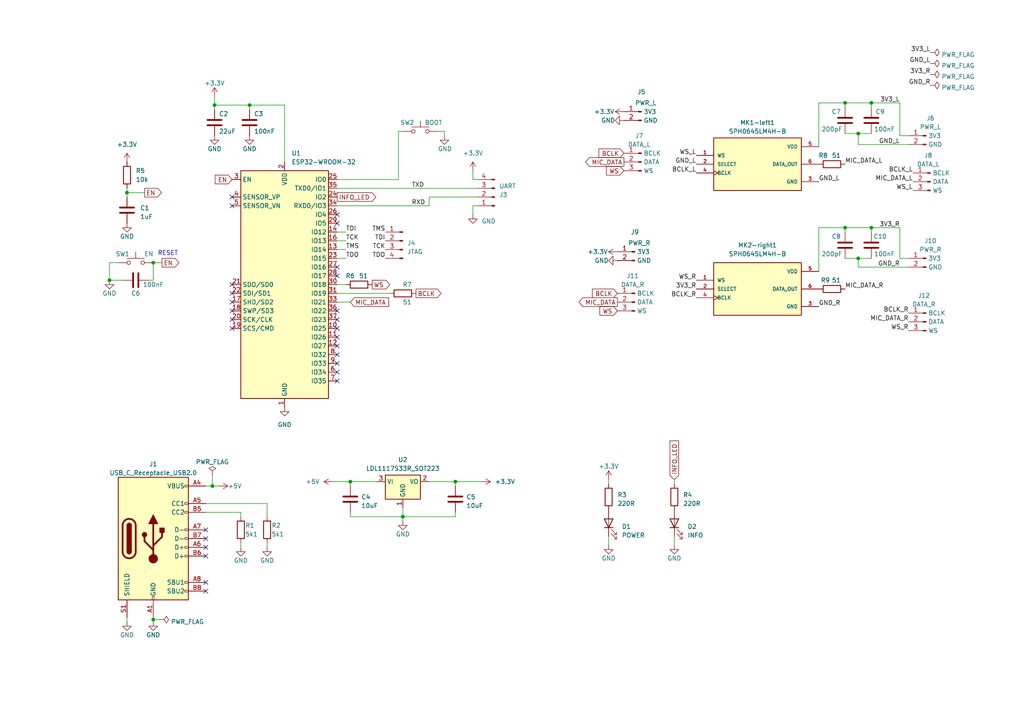
<source format=kicad_sch>
(kicad_sch (version 20230121) (generator eeschema)
  (paper "A4")
  (title_block (title "Acoustic Detection") (date "2023-04-10") (company "CTU FEL, Department of Measurement"))
  (lib_symbols
    (symbol "AcousticDetection_extras:DataConnector" (pin_names (offset 1.5)) (in_bom no)
      (property "Reference" "J" (at 0 10.16 0))
      (property "Value" "DataConnector" (at 0 7.62 0))
      (symbol "DataConnector_1_1"
        (rectangle (start -2.54 -2.413) (end -1.6764 -2.667) (stroke (width 0.1524)) (fill (type outline)))
        (rectangle (start -2.54 0.127) (end -1.6764 -0.127) (stroke (width 0.1524)) (fill (type outline)))
        (rectangle (start -2.54 2.667) (end -1.6764 2.413) (stroke (width 0.1524)) (fill (type outline)))
        (pin passive line (at 2.54 2.54 180) (length 4.2) (name "BCLK") (number "1"))
        (pin passive line (at 2.54 0 180) (length 4.2) (name "DATA") (number "2"))
        (pin passive line (at 2.54 -2.54 180) (length 4.2) (name "WS") (number "3"))
      )
    )
    (symbol "AcousticDetection_extras:PowerConnector" (pin_names (offset 1.5)) (in_bom no)
      (property "Reference" "J" (at 0 7.62 0))
      (property "Value" "PowerConnector" (at 0 5.08 0))
      (symbol "PowerConnector_1_1"
        (rectangle (start -2.54 -1.143) (end -1.6764 -1.397) (stroke (width 0.1524)) (fill (type outline)))
        (rectangle (start -2.54 1.397) (end -1.6764 1.143) (stroke (width 0.1524)) (fill (type outline)))
        (pin passive line (at 2.54 1.27 180) (length 4.2) (name "3V3") (number "1"))
        (pin passive line (at 2.54 -1.27 180) (length 4.2) (name "GND") (number "2"))
      )
    )
    (symbol "Connector:Conn_01x04_Pin" (pin_names (offset 1.016) hide)
      (property "Reference" "J" (at 0 5.08 0))
      (property "Value" "Conn_01x04_Pin" (at 0 -7.62 0))
      (symbol "Conn_01x04_Pin_1_1"
        (polyline (pts (xy 1.27 -5.08) (xy 0.8636 -5.08)) (stroke (width 0.1524)))
        (polyline (pts (xy 1.27 -2.54) (xy 0.8636 -2.54)) (stroke (width 0.1524)))
        (polyline (pts (xy 1.27 0) (xy 0.8636 0)) (stroke (width 0.1524)))
        (polyline (pts (xy 1.27 2.54) (xy 0.8636 2.54)) (stroke (width 0.1524)))
        (rectangle (start 0.8636 -4.953) (end 0 -5.207) (stroke (width 0.1524)) (fill (type outline)))
        (rectangle (start 0.8636 -2.413) (end 0 -2.667) (stroke (width 0.1524)) (fill (type outline)))
        (rectangle (start 0.8636 0.127) (end 0 -0.127) (stroke (width 0.1524)) (fill (type outline)))
        (rectangle (start 0.8636 2.667) (end 0 2.413) (stroke (width 0.1524)) (fill (type outline)))
        (pin passive line (at 5.08 2.54 180) (length 3.81) (name "Pin_1") (number "1"))
        (pin passive line (at 5.08 0 180) (length 3.81) (name "Pin_2") (number "2"))
        (pin passive line (at 5.08 -2.54 180) (length 3.81) (name "Pin_3") (number "3"))
        (pin passive line (at 5.08 -5.08 180) (length 3.81) (name "Pin_4") (number "4"))
      )
    )
    (symbol "Connector:USB_C_Receptacle_USB2.0" (pin_names (offset 1.016))
      (property "Reference" "J" (at -10.16 19.05 0))
      (property "Value" "USB_C_Receptacle_USB2.0" (at 19.05 19.05 0))
      (symbol "USB_C_Receptacle_USB2.0_0_0"
        (rectangle (start -0.254 -17.78) (end 0.254 -16.764))
        (rectangle (start 10.16 -14.986) (end 9.144 -15.494))
        (rectangle (start 10.16 -12.446) (end 9.144 -12.954))
        (rectangle (start 10.16 -4.826) (end 9.144 -5.334))
        (rectangle (start 10.16 -2.286) (end 9.144 -2.794))
        (rectangle (start 10.16 0.254) (end 9.144 -0.254))
        (rectangle (start 10.16 2.794) (end 9.144 2.286))
        (rectangle (start 10.16 7.874) (end 9.144 7.366))
        (rectangle (start 10.16 10.414) (end 9.144 9.906))
        (rectangle (start 10.16 15.494) (end 9.144 14.986))
      )
      (symbol "USB_C_Receptacle_USB2.0_0_1"
        (rectangle (start -10.16 17.78) (end 10.16 -17.78) (stroke (width 0.254)) (fill (type background)))
        (arc (start -8.89 -3.81) (mid -6.985 -5.7067) (end -5.08 -3.81) (stroke (width 0.508)))
        (arc (start -7.62 -3.81) (mid -6.985 -4.4423) (end -6.35 -3.81) (stroke (width 0.254)))
        (arc (start -7.62 -3.81) (mid -6.985 -4.4423) (end -6.35 -3.81) (stroke (width 0.254)) (fill (type outline)))
        (rectangle (start -7.62 -3.81) (end -6.35 3.81) (stroke (width 0.254)) (fill (type outline)))
        (arc (start -6.35 3.81) (mid -6.985 4.4423) (end -7.62 3.81) (stroke (width 0.254)))
        (arc (start -6.35 3.81) (mid -6.985 4.4423) (end -7.62 3.81) (stroke (width 0.254)) (fill (type outline)))
        (arc (start -5.08 3.81) (mid -6.985 5.7067) (end -8.89 3.81) (stroke (width 0.508)))
        (circle (center -2.54 1.143) (radius 0.635) (stroke (width 0.254)) (fill (type outline)))
        (circle (center 0 -5.842) (radius 1.27) (fill (type outline)))
        (polyline (pts (xy -8.89 -3.81) (xy -8.89 3.81)) (stroke (width 0.508)))
        (polyline (pts (xy -5.08 3.81) (xy -5.08 -3.81)) (stroke (width 0.508)))
        (polyline (pts (xy 0 -5.842) (xy 0 4.318)) (stroke (width 0.508)))
        (polyline (pts (xy 0 -3.302) (xy -2.54 -0.762) (xy -2.54 0.508)) (stroke (width 0.508)))
        (polyline (pts (xy 0 -2.032) (xy 2.54 0.508) (xy 2.54 1.778)) (stroke (width 0.508)))
        (polyline (pts (xy -1.27 4.318) (xy 0 6.858) (xy 1.27 4.318) (xy -1.27 4.318)) (stroke (width 0.254)) (fill (type outline)))
        (rectangle (start 1.905 1.778) (end 3.175 3.048) (stroke (width 0.254)) (fill (type outline)))
      )
      (symbol "USB_C_Receptacle_USB2.0_1_1"
        (pin passive line (at 0 -22.86 90) (length 5.08) (name "GND") (number "A1"))
        (pin passive line (at 0 -22.86 90) (length 5.08) hide (name "GND") (number "A12"))
        (pin passive line (at 15.24 15.24 180) (length 5.08) (name "VBUS") (number "A4"))
        (pin bidirectional line (at 15.24 10.16 180) (length 5.08) (name "CC1") (number "A5"))
        (pin bidirectional line (at 15.24 -2.54 180) (length 5.08) (name "D+") (number "A6"))
        (pin bidirectional line (at 15.24 2.54 180) (length 5.08) (name "D-") (number "A7"))
        (pin bidirectional line (at 15.24 -12.7 180) (length 5.08) (name "SBU1") (number "A8"))
        (pin passive line (at 15.24 15.24 180) (length 5.08) hide (name "VBUS") (number "A9"))
        (pin passive line (at 0 -22.86 90) (length 5.08) hide (name "GND") (number "B1"))
        (pin passive line (at 0 -22.86 90) (length 5.08) hide (name "GND") (number "B12"))
        (pin passive line (at 15.24 15.24 180) (length 5.08) hide (name "VBUS") (number "B4"))
        (pin bidirectional line (at 15.24 7.62 180) (length 5.08) (name "CC2") (number "B5"))
        (pin bidirectional line (at 15.24 -5.08 180) (length 5.08) (name "D+") (number "B6"))
        (pin bidirectional line (at 15.24 0 180) (length 5.08) (name "D-") (number "B7"))
        (pin bidirectional line (at 15.24 -15.24 180) (length 5.08) (name "SBU2") (number "B8"))
        (pin passive line (at 15.24 15.24 180) (length 5.08) hide (name "VBUS") (number "B9"))
        (pin passive line (at -7.62 -22.86 90) (length 5.08) (name "SHIELD") (number "S1"))
      )
    )
    (symbol "Device:C" (pin_numbers hide) (pin_names (offset 0.254))
      (property "Reference" "C" (at 0.635 2.54 0))
      (property "Value" "C" (at 0.635 -2.54 0))
      (symbol "C_0_1"
        (polyline (pts (xy -2.032 -0.762) (xy 2.032 -0.762)) (stroke (width 0.508)))
        (polyline (pts (xy -2.032 0.762) (xy 2.032 0.762)) (stroke (width 0.508)))
      )
      (symbol "C_1_1"
        (pin passive line (at 0 3.81 270) (length 2.794) (name "~") (number "1"))
        (pin passive line (at 0 -3.81 90) (length 2.794) (name "~") (number "2"))
      )
    )
    (symbol "Device:LED" (pin_numbers hide) (pin_names (offset 1.016) hide)
      (property "Reference" "D" (at 0 2.54 0))
      (property "Value" "LED" (at 0 -2.54 0))
      (symbol "LED_0_1"
        (polyline (pts (xy -1.27 -1.27) (xy -1.27 1.27)) (stroke (width 0.254)))
        (polyline (pts (xy -1.27 0) (xy 1.27 0)))
        (polyline (pts (xy 1.27 -1.27) (xy 1.27 1.27) (xy -1.27 0) (xy 1.27 -1.27)) (stroke (width 0.254)))
        (polyline (pts (xy -3.048 -0.762) (xy -4.572 -2.286) (xy -3.81 -2.286) (xy -4.572 -2.286) (xy -4.572 -1.524)))
        (polyline (pts (xy -1.778 -0.762) (xy -3.302 -2.286) (xy -2.54 -2.286) (xy -3.302 -2.286) (xy -3.302 -1.524)))
      )
      (symbol "LED_1_1"
        (pin passive line (at -3.81 0 0) (length 2.54) (name "K") (number "1"))
        (pin passive line (at 3.81 0 180) (length 2.54) (name "A") (number "2"))
      )
    )
    (symbol "Device:R" (pin_numbers hide) (pin_names (offset 0))
      (property "Reference" "R" (at 2.032 0 90))
      (property "Value" "R" (at 0 0 90))
      (symbol "R_0_1"
        (rectangle (start -1.016 -2.54) (end 1.016 2.54) (stroke (width 0.254)))
      )
      (symbol "R_1_1"
        (pin passive line (at 0 3.81 270) (length 1.27) (name "~") (number "1"))
        (pin passive line (at 0 -3.81 90) (length 1.27) (name "~") (number "2"))
      )
    )
    (symbol "RF_Module:ESP32-WROOM-32"
      (property "Reference" "U" (at -12.7 34.29 0))
      (property "Value" "ESP32-WROOM-32" (at 1.27 34.29 0))
      (symbol "ESP32-WROOM-32_0_1"
        (rectangle (start -12.7 33.02) (end 12.7 -33.02) (stroke (width 0.254)) (fill (type background)))
      )
      (symbol "ESP32-WROOM-32_1_1"
        (pin power_in line (at 0 -35.56 90) (length 2.54) (name "GND") (number "1"))
        (pin bidirectional line (at 15.24 -12.7 180) (length 2.54) (name "IO25") (number "10"))
        (pin bidirectional line (at 15.24 -15.24 180) (length 2.54) (name "IO26") (number "11"))
        (pin bidirectional line (at 15.24 -17.78 180) (length 2.54) (name "IO27") (number "12"))
        (pin bidirectional line (at 15.24 10.16 180) (length 2.54) (name "IO14") (number "13"))
        (pin bidirectional line (at 15.24 15.24 180) (length 2.54) (name "IO12") (number "14"))
        (pin passive line (at 0 -35.56 90) (length 2.54) hide (name "GND") (number "15"))
        (pin bidirectional line (at 15.24 12.7 180) (length 2.54) (name "IO13") (number "16"))
        (pin bidirectional line (at -15.24 -5.08 0) (length 2.54) (name "SHD/SD2") (number "17"))
        (pin bidirectional line (at -15.24 -7.62 0) (length 2.54) (name "SWP/SD3") (number "18"))
        (pin bidirectional line (at -15.24 -12.7 0) (length 2.54) (name "SCS/CMD") (number "19"))
        (pin power_in line (at 0 35.56 270) (length 2.54) (name "VDD") (number "2"))
        (pin bidirectional line (at -15.24 -10.16 0) (length 2.54) (name "SCK/CLK") (number "20"))
        (pin bidirectional line (at -15.24 0 0) (length 2.54) (name "SDO/SD0") (number "21"))
        (pin bidirectional line (at -15.24 -2.54 0) (length 2.54) (name "SDI/SD1") (number "22"))
        (pin bidirectional line (at 15.24 7.62 180) (length 2.54) (name "IO15") (number "23"))
        (pin bidirectional line (at 15.24 25.4 180) (length 2.54) (name "IO2") (number "24"))
        (pin bidirectional line (at 15.24 30.48 180) (length 2.54) (name "IO0") (number "25"))
        (pin bidirectional line (at 15.24 20.32 180) (length 2.54) (name "IO4") (number "26"))
        (pin bidirectional line (at 15.24 5.08 180) (length 2.54) (name "IO16") (number "27"))
        (pin bidirectional line (at 15.24 2.54 180) (length 2.54) (name "IO17") (number "28"))
        (pin bidirectional line (at 15.24 17.78 180) (length 2.54) (name "IO5") (number "29"))
        (pin input line (at -15.24 30.48 0) (length 2.54) (name "EN") (number "3"))
        (pin bidirectional line (at 15.24 0 180) (length 2.54) (name "IO18") (number "30"))
        (pin bidirectional line (at 15.24 -2.54 180) (length 2.54) (name "IO19") (number "31"))
        (pin no_connect line (at -12.7 -27.94 0) (length 2.54) hide (name "NC") (number "32"))
        (pin bidirectional line (at 15.24 -5.08 180) (length 2.54) (name "IO21") (number "33"))
        (pin bidirectional line (at 15.24 22.86 180) (length 2.54) (name "RXD0/IO3") (number "34"))
        (pin bidirectional line (at 15.24 27.94 180) (length 2.54) (name "TXD0/IO1") (number "35"))
        (pin bidirectional line (at 15.24 -7.62 180) (length 2.54) (name "IO22") (number "36"))
        (pin bidirectional line (at 15.24 -10.16 180) (length 2.54) (name "IO23") (number "37"))
        (pin passive line (at 0 -35.56 90) (length 2.54) hide (name "GND") (number "38"))
        (pin passive line (at 0 -35.56 90) (length 2.54) hide (name "GND") (number "39"))
        (pin input line (at -15.24 25.4 0) (length 2.54) (name "SENSOR_VP") (number "4"))
        (pin input line (at -15.24 22.86 0) (length 2.54) (name "SENSOR_VN") (number "5"))
        (pin input line (at 15.24 -25.4 180) (length 2.54) (name "IO34") (number "6"))
        (pin input line (at 15.24 -27.94 180) (length 2.54) (name "IO35") (number "7"))
        (pin bidirectional line (at 15.24 -20.32 180) (length 2.54) (name "IO32") (number "8"))
        (pin bidirectional line (at 15.24 -22.86 180) (length 2.54) (name "IO33") (number "9"))
      )
    )
    (symbol "Regulator_Linear:LD1117S33TR_SOT223"
      (property "Reference" "U" (at -3.81 3.175 0))
      (property "Value" "LD1117S33TR_SOT223" (at 0 3.175 0))
      (symbol "LD1117S33TR_SOT223_0_1"
        (rectangle (start -5.08 -5.08) (end 5.08 1.905) (stroke (width 0.254)) (fill (type background)))
      )
      (symbol "LD1117S33TR_SOT223_1_1"
        (pin power_in line (at 0 -7.62 90) (length 2.54) (name "GND") (number "1"))
        (pin power_out line (at 7.62 0 180) (length 2.54) (name "VO") (number "2"))
        (pin power_in line (at -7.62 0 0) (length 2.54) (name "VI") (number "3"))
      )
    )
    (symbol "SPH0645LM4H-B:SPH0645LM4H-B" (pin_names (offset 1.016))
      (property "Reference" "MK" (at -12.7399 8.1466 0))
      (property "Value" "SPH0645LM4H-B" (at -12.7473 -10.1926 0))
      (symbol "SPH0645LM4H-B_0_0"
        (rectangle (start -12.7 -7.62) (end 12.7 7.62) (stroke (width 0.254)) (fill (type background)))
        (pin input line (at -17.78 2.54 0) (length 5.08) (name "WS") (number "1"))
        (pin input line (at -17.78 0 0) (length 5.08) (name "SELECT") (number "2"))
        (pin power_in line (at 17.78 -5.08 180) (length 5.08) (name "GND") (number "3"))
        (pin input clock (at -17.78 -2.54 0) (length 5.08) (name "BCLK") (number "4"))
        (pin power_in line (at 17.78 5.08 180) (length 5.08) (name "VDD") (number "5"))
        (pin output line (at 17.78 0 180) (length 5.08) (name "DATA_OUT") (number "6"))
      )
    )
    (symbol "Switch:SW_Push" (pin_numbers hide) (pin_names (offset 1.016) hide)
      (property "Reference" "SW" (at 1.27 2.54 0))
      (property "Value" "SW_Push" (at 0 -1.524 0))
      (symbol "SW_Push_0_1"
        (circle (center -2.032 0) (radius 0.508))
        (polyline (pts (xy 0 1.27) (xy 0 3.048)))
        (polyline (pts (xy 2.54 1.27) (xy -2.54 1.27)))
        (circle (center 2.032 0) (radius 0.508))
        (pin passive line (at -5.08 0 0) (length 2.54) (name "1") (number "1"))
        (pin passive line (at 5.08 0 180) (length 2.54) (name "2") (number "2"))
      )
    )
    (symbol "power:+3.3V" (power) (pin_names (offset 0))
      (property "Value" "+3.3V" (at 0 3.556 0))
      (symbol "+3.3V_0_1"
        (polyline (pts (xy -0.762 1.27) (xy 0 2.54)))
        (polyline (pts (xy 0 0) (xy 0 2.54)))
        (polyline (pts (xy 0 2.54) (xy 0.762 1.27)))
      )
      (symbol "+3.3V_1_1"
        (pin power_in line (at 0 0 90) (length 0) hide (name "+3.3V") (number "1"))
      )
    )
    (symbol "power:+5V" (power) (pin_names (offset 0))
      (property "Value" "+5V" (at 0 3.556 0))
      (symbol "+5V_0_1"
        (polyline (pts (xy -0.762 1.27) (xy 0 2.54)))
        (polyline (pts (xy 0 0) (xy 0 2.54)))
        (polyline (pts (xy 0 2.54) (xy 0.762 1.27)))
      )
      (symbol "+5V_1_1"
        (pin power_in line (at 0 0 90) (length 0) hide (name "+5V") (number "1"))
      )
    )
    (symbol "power:GND" (power) (pin_names (offset 0))
      (property "Value" "GND" (at 0 -3.81 0))
      (symbol "GND_0_1"
        (polyline (pts (xy 0 0) (xy 0 -1.27) (xy 1.27 -1.27) (xy 0 -2.54) (xy -1.27 -1.27) (xy 0 -1.27)))
      )
      (symbol "GND_1_1"
        (pin power_in line (at 0 0 270) (length 0) hide (name "GND") (number "1"))
      )
    )
    (symbol "power:PWR_FLAG" (power) (pin_numbers hide) (pin_names (offset 0) hide)
      (property "Value" "PWR_FLAG" (at 0 3.81 0))
      (symbol "PWR_FLAG_0_0"
        (pin power_out line (at 0 0 90) (length 0) (name "pwr") (number "1"))
      )
      (symbol "PWR_FLAG_0_1"
        (polyline (pts (xy 0 0) (xy 0 1.27) (xy -1.016 1.905) (xy 0 2.54) (xy 1.016 1.905) (xy 0 1.27)))
      )
    )
  )
  (junction (at 101.6 139.7))
  (junction (at 116.84 149.86))
  (junction (at 44.45 76.2))
  (junction (at 44.45 179.705))
  (junction (at 248.92 38.735))
  (junction (at 252.73 66.04))
  (junction (at 245.11 66.04))
  (junction (at 252.73 29.845))
  (junction (at 31.75 81.28))
  (junction (at 248.92 74.93))
  (junction (at 36.83 55.88))
  (junction (at 245.11 29.845))
  (junction (at 61.595 140.97))
  (junction (at 62.23 30.48))
  (junction (at 132.08 139.7))
  (junction (at 72.39 30.48))
  (no_connect (at 97.79 102.87))
  (no_connect (at 67.31 95.25))
  (no_connect (at 67.31 90.17))
  (no_connect (at 59.69 156.21))
  (no_connect (at 97.79 90.17))
  (no_connect (at 59.69 158.75))
  (no_connect (at 67.31 57.15))
  (no_connect (at 97.79 95.25))
  (no_connect (at 97.79 100.33))
  (no_connect (at 97.79 97.79))
  (no_connect (at 97.79 105.41))
  (no_connect (at 97.79 77.47))
  (no_connect (at 97.79 80.01))
  (no_connect (at 67.31 85.09))
  (no_connect (at 97.79 64.77))
  (no_connect (at 67.31 59.69))
  (no_connect (at 59.69 168.91))
  (no_connect (at 67.31 92.71))
  (no_connect (at 67.31 87.63))
  (no_connect (at 59.69 171.45))
  (no_connect (at 97.79 62.23))
  (no_connect (at 97.79 92.71))
  (no_connect (at 59.69 161.29))
  (no_connect (at 59.69 153.67))
  (no_connect (at 97.79 107.95))
  (no_connect (at 97.79 110.49))
  (no_connect (at 67.31 82.55))
  (wire (pts (xy 237.49 29.845) (xy 237.49 42.545)))
  (wire (pts (xy 176.53 139.065) (xy 176.53 140.335)))
  (wire (pts (xy 46.355 179.705) (xy 44.45 179.705)))
  (wire (pts (xy 77.47 157.48) (xy 77.47 158.75)))
  (wire (pts (xy 138.43 52.07) (xy 137.16 52.07)))
  (wire (pts (xy 124.46 57.15) (xy 138.43 57.15)))
  (wire (pts (xy 82.55 30.48) (xy 72.39 30.48)))
  (wire (pts (xy 237.49 29.845) (xy 245.11 29.845)))
  (wire (pts (xy 116.84 149.86) (xy 116.84 151.13)))
  (wire (pts (xy 252.73 66.04) (xy 252.73 67.31)))
  (wire (pts (xy 245.11 74.93) (xy 248.92 74.93)))
  (wire (pts (xy 176.53 155.575) (xy 176.53 158.115)))
  (wire (pts (xy 132.08 149.86) (xy 116.84 149.86)))
  (wire (pts (xy 138.43 59.69) (xy 137.16 59.69)))
  (wire (pts (xy 245.11 29.845) (xy 252.73 29.845)))
  (wire (pts (xy 36.83 55.88) (xy 36.83 57.15)))
  (wire (pts (xy 245.11 31.115) (xy 245.11 29.845)))
  (wire (pts (xy 137.16 59.69) (xy 137.16 62.23)))
  (wire (pts (xy 115.57 52.07) (xy 115.57 38.1)))
  (wire (pts (xy 248.92 77.47) (xy 263.525 77.47)))
  (wire (pts (xy 237.49 66.04) (xy 237.49 78.74)))
  (wire (pts (xy 97.79 74.93) (xy 100.33 74.93)))
  (wire (pts (xy 132.08 149.86) (xy 132.08 148.59)))
  (wire (pts (xy 97.79 59.69) (xy 124.46 59.69)))
  (wire (pts (xy 195.58 139.065) (xy 195.58 140.335)))
  (wire (pts (xy 116.84 149.86) (xy 116.84 147.32)))
  (wire (pts (xy 59.69 146.05) (xy 77.47 146.05)))
  (wire (pts (xy 44.45 179.705) (xy 44.45 180.34)))
  (wire (pts (xy 97.79 72.39) (xy 100.33 72.39)))
  (wire (pts (xy 101.6 139.7) (xy 101.6 140.97)))
  (wire (pts (xy 97.79 54.61) (xy 138.43 54.61)))
  (wire (pts (xy 245.11 66.04) (xy 252.73 66.04)))
  (wire (pts (xy 245.11 67.31) (xy 245.11 66.04)))
  (wire (pts (xy 44.45 76.2) (xy 44.45 81.28)))
  (wire (pts (xy 97.79 69.85) (xy 100.33 69.85)))
  (wire (pts (xy 62.23 31.75) (xy 62.23 30.48)))
  (wire (pts (xy 61.595 140.97) (xy 61.595 137.795)))
  (wire (pts (xy 132.08 139.7) (xy 132.08 140.97)))
  (wire (pts (xy 260.985 29.845) (xy 260.985 39.37)))
  (wire (pts (xy 97.79 82.55) (xy 100.33 82.55)))
  (wire (pts (xy 62.23 27.94) (xy 62.23 30.48)))
  (wire (pts (xy 44.45 179.705) (xy 44.45 179.07)))
  (wire (pts (xy 263.525 41.91) (xy 248.92 41.91)))
  (wire (pts (xy 82.55 46.99) (xy 82.55 30.48)))
  (wire (pts (xy 72.39 30.48) (xy 72.39 31.75)))
  (wire (pts (xy 36.83 55.88) (xy 41.91 55.88)))
  (wire (pts (xy 97.79 52.07) (xy 115.57 52.07)))
  (wire (pts (xy 260.985 39.37) (xy 263.525 39.37)))
  (wire (pts (xy 44.45 81.28) (xy 43.18 81.28)))
  (wire (pts (xy 248.92 74.93) (xy 248.92 77.47)))
  (wire (pts (xy 61.595 140.97) (xy 63.5 140.97)))
  (wire (pts (xy 62.23 30.48) (xy 72.39 30.48)))
  (wire (pts (xy 252.73 29.845) (xy 260.985 29.845)))
  (wire (pts (xy 77.47 146.05) (xy 77.47 149.86)))
  (wire (pts (xy 195.58 155.575) (xy 195.58 158.115)))
  (wire (pts (xy 132.08 139.7) (xy 139.7 139.7)))
  (wire (pts (xy 137.16 52.07) (xy 137.16 49.53)))
  (wire (pts (xy 69.85 148.59) (xy 69.85 149.86)))
  (wire (pts (xy 31.75 81.28) (xy 35.56 81.28)))
  (wire (pts (xy 97.79 85.09) (xy 113.03 85.09)))
  (wire (pts (xy 248.92 74.93) (xy 252.73 74.93)))
  (wire (pts (xy 36.83 179.07) (xy 36.83 180.34)))
  (wire (pts (xy 237.49 66.04) (xy 245.11 66.04)))
  (wire (pts (xy 59.69 148.59) (xy 69.85 148.59)))
  (wire (pts (xy 97.79 67.31) (xy 100.33 67.31)))
  (wire (pts (xy 260.985 74.93) (xy 263.525 74.93)))
  (wire (pts (xy 245.11 38.735) (xy 248.92 38.735)))
  (wire (pts (xy 128.905 38.1) (xy 128.905 39.37)))
  (wire (pts (xy 124.46 139.7) (xy 132.08 139.7)))
  (wire (pts (xy 252.73 66.04) (xy 260.985 66.04)))
  (wire (pts (xy 96.52 139.7) (xy 101.6 139.7)))
  (wire (pts (xy 44.45 76.2) (xy 46.99 76.2)))
  (wire (pts (xy 127 38.1) (xy 128.905 38.1)))
  (wire (pts (xy 115.57 38.1) (xy 116.84 38.1)))
  (wire (pts (xy 248.92 41.91) (xy 248.92 38.735)))
  (wire (pts (xy 116.84 149.86) (xy 101.6 149.86)))
  (wire (pts (xy 109.22 139.7) (xy 101.6 139.7)))
  (wire (pts (xy 97.79 87.63) (xy 101.6 87.63)))
  (wire (pts (xy 69.85 157.48) (xy 69.85 158.75)))
  (wire (pts (xy 36.83 54.61) (xy 36.83 55.88)))
  (wire (pts (xy 252.73 29.845) (xy 252.73 31.115)))
  (wire (pts (xy 260.985 66.04) (xy 260.985 74.93)))
  (wire (pts (xy 124.46 59.69) (xy 124.46 57.15)))
  (wire (pts (xy 59.69 140.97) (xy 61.595 140.97)))
  (wire (pts (xy 34.29 76.2) (xy 31.75 76.2)))
  (wire (pts (xy 248.92 38.735) (xy 252.73 38.735)))
  (wire (pts (xy 31.75 76.2) (xy 31.75 81.28)))
  (wire (pts (xy 101.6 149.86) (xy 101.6 148.59)))
  (text "RESET" (at 45.72 74.295 0) (effects (font (size 1.27 1.27)) (justify left bottom)))
  (label "BCLK_L" (at 264.795 50.165 180))
  (label "GND_L" (at 260.985 41.91 180))
  (label "GND_R" (at 237.49 88.9 0))
  (label "MIC_DATA_L" (at 264.795 52.705 180))
  (label "BCLK_R" (at 201.93 86.36 180))
  (label "TMS" (at 100.33 72.39 0))
  (label "TDI" (at 111.76 69.85 180))
  (label "TDO" (at 100.33 74.93 0))
  (label "3V3_R" (at 201.93 83.82 180))
  (label "3V3_L" (at 269.875 15.24 180))
  (label "MIC_DATA_R" (at 245.11 83.82 0))
  (label "WS_L" (at 201.93 45.085 180))
  (label "WS_L" (at 264.795 55.245 180))
  (label "TCK" (at 111.76 72.39 180))
  (label "WS_R" (at 201.93 81.28 180))
  (label "TXD" (at 119.38 54.61 0))
  (label "3V3_L" (at 260.985 29.845 180))
  (label "3V3_R" (at 269.875 21.59 180))
  (label "WS_R" (at 263.525 95.885 180))
  (label "GND_L" (at 237.49 52.705 0))
  (label "TMS" (at 111.76 67.31 180))
  (label "TCK" (at 100.33 69.85 0))
  (label "TDO" (at 111.76 74.93 180))
  (label "MIC_DATA_L" (at 245.11 47.625 0))
  (label "GND_L" (at 269.875 18.415 180))
  (label "BCLK_R" (at 263.525 90.805 180))
  (label "GND_L" (at 201.93 47.625 180))
  (label "MIC_DATA_R" (at 263.525 93.345 180))
  (label "BCLK_L" (at 201.93 50.165 180))
  (label "GND_R" (at 269.875 24.765 180))
  (label "3V3_R" (at 260.985 66.04 180))
  (label "GND_R" (at 260.985 77.47 180))
  (label "RXD" (at 119.38 59.69 0))
  (label "TDI" (at 100.33 67.31 0))
  (global_label "MIC_DATA" (shape output) (at 180.975 46.99 180) (property "Intersheetrefs" "${INTERSHEET_REFS}" (effects hide)))
  (global_label "INFO_LED" (shape input) (at 195.58 139.065 90) (property "Intersheetrefs" "${INTERSHEET_REFS}" (effects hide)))
  (global_label "BCLK" (shape input) (at 179.07 85.09 180) (property "Intersheetrefs" "${INTERSHEET_REFS}" (effects hide)))
  (global_label "EN" (shape output) (at 46.99 76.2 0) (property "Intersheetrefs" "${INTERSHEET_REFS}" (effects hide)))
  (global_label "WS" (shape output) (at 107.95 82.55 0) (property "Intersheetrefs" "${INTERSHEET_REFS}" (effects hide)))
  (global_label "BCLK" (shape output) (at 120.65 85.09 0) (property "Intersheetrefs" "${INTERSHEET_REFS}" (effects hide)))
  (global_label "INFO_LED" (shape output) (at 97.79 57.15 0) (property "Intersheetrefs" "${INTERSHEET_REFS}" (effects hide)))
  (global_label "BCLK" (shape input) (at 180.975 44.45 180) (property "Intersheetrefs" "${INTERSHEET_REFS}" (effects hide)))
  (global_label "MIC_DATA" (shape input) (at 101.6 87.63 0) (property "Intersheetrefs" "${INTERSHEET_REFS}" (effects hide)))
  (global_label "EN" (shape output) (at 41.91 55.88 0) (property "Intersheetrefs" "${INTERSHEET_REFS}" (effects hide)))
  (global_label "WS" (shape input) (at 179.07 90.17 180) (property "Intersheetrefs" "${INTERSHEET_REFS}" (effects hide)))
  (global_label "EN" (shape input) (at 67.31 52.07 180) (property "Intersheetrefs" "${INTERSHEET_REFS}" (effects hide)))
  (global_label "MIC_DATA" (shape output) (at 179.07 87.63 180) (property "Intersheetrefs" "${INTERSHEET_REFS}" (effects hide)))
  (global_label "WS" (shape input) (at 180.975 49.53 180) (property "Intersheetrefs" "${INTERSHEET_REFS}" (effects hide)))
  (symbol (lib_id "power:PWR_FLAG") (at 269.875 18.415 270) (unit 1)
    (property "Reference" "#FLG03" (effects hide))
    (property "Value" "PWR_FLAG" (at 273.05 19.05 90) (effects (justify left)))
  )
  (symbol (lib_id "power:+3.3V") (at 179.07 73.025 90) (mirror x) (unit 1)
    (property "Reference" "#PWR014" (effects hide))
    (property "Value" "+3.3V" (at 173.355 73.025 90))
  )
  (symbol (lib_id "SPH0645LM4H-B:SPH0645LM4H-B") (at 219.71 83.82 0) (unit 1)
    (property "Reference" "MK2-right1" (at 219.71 71.12 0))
    (property "Value" "SPH0645LM4H-B" (at 219.71 73.66 0))
    (property "Footprint" "SPH0645LM4H-B:MIC_SPH0645LM4H-B" (effects hide))
    (property "AVAILABILITY" "Unavailable" (effects hide))
    (property "DESCRIPTION" "Mic Mems Digital I2s Omni -26db" (effects hide))
    (property "MF" "Knowles" (effects hide))
    (property "PRICE" "72" (effects hide))
    (property "MP" "SPH0645LM4H-B" (effects hide))
    (property "PACKAGE" "SIP-7 Bourns" (effects hide))
    (property "Shop" "https://cz.mouser.com/ProductDetail/Knowles/SPH0645LM4H-B?qs=vWxAESdW%252B03xAMCR63JEHA%3D%3D" (effects hide))
  )
  (symbol (lib_id "AcousticDetection_extras:PowerConnector") (at 181.61 74.295 0) (mirror y) (unit 1) (in_bom no)
    (property "Reference" "J9" (at 184.15 67.31 0))
    (property "Value" "PWR_R" (at 185.42 70.485 0))
    (property "Footprint" "AcousticDetection_extras:PowerConnector" (effects hide))
    (property "PRICE" "-" (effects hide))
    (property "Shop" "-" (effects hide))
  )
  (symbol (lib_id "AcousticDetection_extras:DataConnector") (at 181.61 87.63 0) (mirror y) (unit 1) (in_bom no)
    (property "Reference" "J11" (at 183.515 80.01 0))
    (property "Value" "DATA_R" (at 183.515 82.55 0))
    (property "Footprint" "AcousticDetection_extras:DataConnector" (effects hide))
    (property "PRICE" "-" (effects hide))
    (property "Shop" "-" (effects hide))
  )
  (symbol (lib_id "Switch:SW_Push") (at 121.92 38.1 0) (unit 1)
    (property "Reference" "SW2" (at 118.11 35.56 0))
    (property "Value" "BOOT" (at 125.73 35.56 0))
    (property "Footprint" "Button_Switch_SMD:SW_Tactile_SPST_NO_Straight_CK_PTS636Sx25SMTRLFS" (effects hide))
    (property "Shop" "https://www.gme.cz/v/1497543/ts1107gs-5-t-r-mikrospinac" (effects hide))
    (property "PRICE" "7" (effects hide))
  )
  (symbol (lib_id "Device:C") (at 252.73 71.12 180) (unit 1)
    (property "Reference" "C10" (at 255.27 68.58 0))
    (property "Value" "100nF" (at 256.54 73.66 0))
    (property "Footprint" "Capacitor_SMD:C_0603_1608Metric_Pad1.08x0.95mm_HandSolder" (effects hide))
    (property "PRICE" "0.266" (effects hide))
    (property "Shop" "https://www.tme.eu/cz/details/cc0603krx7r8104/kondenzatory-mlcc-smd/yageo/cc0603krx7r8bb104/" (effects hide))
  )
  (symbol (lib_id "power:GND") (at 62.23 39.37 0) (unit 1)
    (property "Reference" "#PWR07" (effects hide))
    (property "Value" "GND" (at 62.23 43.18 0))
  )
  (symbol (lib_id "AcousticDetection_extras:DataConnector") (at 183.515 46.99 0) (mirror y) (unit 1) (in_bom no)
    (property "Reference" "J7" (at 185.42 39.37 0))
    (property "Value" "DATA_L" (at 185.42 41.91 0))
    (property "Footprint" "AcousticDetection_extras:DataConnector" (effects hide))
    (property "PRICE" "-" (effects hide))
    (property "Shop" "-" (effects hide))
  )
  (symbol (lib_id "power:+3.3V") (at 139.7 139.7 270) (unit 1)
    (property "Reference" "#PWR018" (effects hide))
    (property "Value" "+3.3V" (at 143.51 139.6999 90) (effects (justify left)))
  )
  (symbol (lib_id "Device:C") (at 245.11 71.12 180) (unit 1)
    (property "Reference" "C8" (at 242.57 68.58 0))
    (property "Value" "200pF" (at 241.3 73.66 0))
    (property "Footprint" "Capacitor_SMD:C_0603_1608Metric_Pad1.08x0.95mm_HandSolder" (effects hide))
    (property "PRICE" "0.348" (effects hide))
    (property "Shop" "https://www.tme.eu/cz/details/cc0603jrnpo9bn181/kondenzatory-mlcc-smd/yageo/" (effects hide))
  )
  (symbol (lib_id "power:PWR_FLAG") (at 269.875 15.24 270) (unit 1)
    (property "Reference" "#FLG02" (effects hide))
    (property "Value" "PWR_FLAG" (at 273.05 15.875 90) (effects (justify left)))
  )
  (symbol (lib_id "Switch:SW_Push") (at 39.37 76.2 0) (unit 1)
    (property "Reference" "SW1" (at 35.56 73.66 0))
    (property "Value" "EN" (at 43.18 73.66 0))
    (property "Footprint" "Button_Switch_SMD:SW_Tactile_SPST_NO_Straight_CK_PTS636Sx25SMTRLFS" (effects hide))
    (property "Shop" "https://www.gme.cz/v/1497543/ts1107gs-5-t-r-mikrospinac" (effects hide))
    (property "PRICE" "7" (effects hide))
  )
  (symbol (lib_id "Device:C") (at 252.73 34.925 180) (unit 1)
    (property "Reference" "C9" (at 255.27 32.385 0))
    (property "Value" "100nF" (at 256.54 37.465 0))
    (property "Footprint" "Capacitor_SMD:C_0603_1608Metric_Pad1.08x0.95mm_HandSolder" (effects hide))
    (property "PRICE" "0.266" (effects hide))
    (property "Shop" "https://www.tme.eu/cz/details/cc0603krx7r8104/kondenzatory-mlcc-smd/yageo/cc0603krx7r8bb104/" (effects hide))
  )
  (symbol (lib_id "power:+5V") (at 96.52 139.7 90) (unit 1)
    (property "Reference" "#PWR016" (effects hide))
    (property "Value" "+5V" (at 92.71 139.6999 90) (effects (justify left)))
  )
  (symbol (lib_id "power:+3.3V") (at 36.83 46.99 0) (unit 1)
    (property "Reference" "#PWR0101" (effects hide))
    (property "Value" "+3.3V" (at 36.83 41.91 0))
  )
  (symbol (lib_id "power:GND") (at 36.83 64.77 0) (unit 1)
    (property "Reference" "#PWR06" (effects hide))
    (property "Value" "GND" (at 36.83 68.58 0))
  )
  (symbol (lib_id "Device:C") (at 39.37 81.28 90) (mirror x) (unit 1)
    (property "Reference" "C6" (at 39.37 85.09 90))
    (property "Value" "100nF" (at 44.45 82.55 90))
    (property "Footprint" "Capacitor_SMD:C_0805_2012Metric_Pad1.18x1.45mm_HandSolder" (effects hide))
    (property "PRICE" "0.3056" (effects hide))
    (property "Shop" "https://www.tme.eu/cz/details/cc0805kpx7r9104/kondenzatory-mlcc-smd/yageo/cc0805kpx7r9bb104/" (effects hide))
  )
  (symbol (lib_id "AcousticDetection_extras:PowerConnector") (at 183.515 33.655 0) (mirror y) (unit 1) (in_bom no)
    (property "Reference" "J5" (at 186.055 26.67 0))
    (property "Value" "PWR_L" (at 187.325 29.845 0))
    (property "Footprint" "AcousticDetection_extras:PowerConnector" (effects hide))
    (property "PRICE" "-" (effects hide))
    (property "Shop" "-" (effects hide))
  )
  (symbol (lib_id "Device:C") (at 132.08 144.78 0) (unit 1)
    (property "Reference" "C5" (at 135.255 144.145 0) (effects (justify left)))
    (property "Value" "10uF" (at 135.255 146.685 0) (effects (justify left)))
    (property "Footprint" "Capacitor_SMD:C_1206_3216Metric_Pad1.33x1.80mm_HandSolder" (effects hide))
    (property "PRICE" "3.43" (effects hide))
    (property "Shop" "https://www.tme.eu/cz/details/cl31b106kqhnnne/kondenzatory-mlcc-smd/samsung/" (effects hide))
  )
  (symbol (lib_id "Device:C") (at 245.11 34.925 180) (unit 1)
    (property "Reference" "C7" (at 242.57 32.385 0))
    (property "Value" "200pF" (at 241.3 37.465 0))
    (property "Footprint" "Capacitor_SMD:C_0603_1608Metric_Pad1.08x0.95mm_HandSolder" (effects hide))
    (property "PRICE" "0.348" (effects hide))
    (property "Shop" "https://www.tme.eu/cz/details/cc0603jrnpo9bn181/kondenzatory-mlcc-smd/yageo/" (effects hide))
  )
  (symbol (lib_id "Connector:USB_C_Receptacle_USB2.0") (at 44.45 156.21 0) (unit 1)
    (property "Reference" "J1" (at 44.45 134.62 0))
    (property "Value" "USB_C_Receptacle_USB2.0" (at 44.45 137.16 0))
    (property "Footprint" "Connector_USB:USB_C_Receptacle_GCT_USB4105-xx-A_16P_TopMnt_Horizontal" (effects hide))
    (property "Datasheet" "https://www.usb.org/sites/default/files/documents/usb_type-c.zip" (effects hide))
    (property "PRICE" "16.5" (effects hide))
    (property "Shop" "https://www.tme.eu/cz/details/usb4105-gf-a/konektory-usb-a-ieee1394/global-connector-technology-gct/" (effects hide))
  )
  (symbol (lib_id "power:GND") (at 82.55 118.11 0) (unit 1)
    (property "Reference" "#PWR0111" (effects hide))
    (property "Value" "GND" (at 82.55 123.19 0))
  )
  (symbol (lib_id "AcousticDetection_extras:DataConnector") (at 266.065 93.345 0) (mirror y) (unit 1) (in_bom no)
    (property "Reference" "J12" (at 267.97 85.725 0))
    (property "Value" "DATA_R" (at 267.97 88.265 0))
    (property "Footprint" "AcousticDetection_extras:DataConnector" (effects hide))
    (property "PRICE" "-" (effects hide))
    (property "Shop" "-" (effects hide))
  )
  (symbol (lib_id "Device:LED") (at 176.53 151.765 90) (unit 1)
    (property "Reference" "D1" (at 180.34 152.7175 90) (effects (justify right)))
    (property "Value" "POWER" (at 180.34 155.2575 90) (effects (justify right)))
    (property "Footprint" "LED_SMD:LED_1206_3216Metric_Pad1.42x1.75mm_HandSolder" (effects hide))
    (property "PRICE" "1.38" (effects hide))
    (property "Shop" "https://www.tme.eu/cz/details/ll-s150vc-v1-1b/diody-led-smd-barevne/luckylight/" (effects hide))
  )
  (symbol (lib_id "power:+3.3V") (at 137.16 49.53 0) (mirror y) (unit 1)
    (property "Reference" "#PWR05" (effects hide))
    (property "Value" "+3.3V" (at 137.16 44.45 0))
  )
  (symbol (lib_id "Device:LED") (at 195.58 151.765 90) (unit 1)
    (property "Reference" "D2" (at 199.39 152.7175 90) (effects (justify right)))
    (property "Value" "INFO" (at 199.39 155.2575 90) (effects (justify right)))
    (property "Footprint" "LED_SMD:LED_1206_3216Metric_Pad1.42x1.75mm_HandSolder" (effects hide))
    (property "PRICE" "1.86" (effects hide))
    (property "Shop" "https://www.tme.eu/cz/details/ll-s150bc-b4-1a/diody-led-smd-barevne/luckylight/" (effects hide))
  )
  (symbol (lib_id "Device:R") (at 104.14 82.55 90) (unit 1)
    (property "Reference" "R6" (at 101.6 80.01 90))
    (property "Value" "51" (at 105.41 80.01 90))
    (property "Footprint" "Resistor_SMD:R_0805_2012Metric_Pad1.20x1.40mm_HandSolder" (effects hide))
    (property "PRICE" "1.97" (effects hide))
    (property "Shop" "https://www.tme.eu/cz/details/swr0805-51r-5%25/rezistory-smd/viking/swr05jtfv0510/" (effects hide))
  )
  (symbol (lib_id "Device:R") (at 36.83 50.8 0) (unit 1)
    (property "Reference" "R5" (at 39.37 49.5299 0) (effects (justify left)))
    (property "Value" "10k" (at 39.37 52.0699 0) (effects (justify left)))
    (property "Footprint" "Resistor_SMD:R_0805_2012Metric_Pad1.20x1.40mm_HandSolder" (effects hide))
    (property "PRICE" "2.25" (effects hide))
    (property "Shop" "https://www.tme.eu/cz/details/era6aeb103v/rezistory-smd/panasonic/" (effects hide))
  )
  (symbol (lib_id "Connector:Conn_01x04_Pin") (at 143.51 57.15 180) (unit 1)
    (property "Reference" "J3" (at 144.78 56.515 0) (effects (justify right)))
    (property "Value" "UART" (at 144.78 53.975 0) (effects (justify right)))
    (property "Footprint" "Connector_PinHeader_2.54mm:PinHeader_1x04_P2.54mm_Vertical" (effects hide))
    (property "PRICE" "-" (effects hide))
    (property "Shop" "-" (effects hide))
  )
  (symbol (lib_id "RF_Module:ESP32-WROOM-32") (at 82.55 82.55 0) (unit 1)
    (property "Reference" "U1" (at 84.5694 44.45 0) (effects (justify left)))
    (property "Value" "ESP32-WROOM-32" (at 84.5694 46.99 0) (effects (justify left)))
    (property "Footprint" "RF_Module:ESP32-WROOM-32" (effects hide))
    (property "Datasheet" "https://www.espressif.com/sites/default/files/documentation/esp32-wroom-32_datasheet_en.pdf" (effects hide))
    (property "Shop" "https://cz.mouser.com/ProductDetail/Espressif-Systems/ESP32-WROOM-32E-N8?qs=Li%252BoUPsLEnsLnZW%252BGLgUhw%3D%3D" (effects hide))
    (property "PRICE" "75" (effects hide))
  )
  (symbol (lib_id "power:GND") (at 176.53 158.115 0) (unit 1)
    (property "Reference" "#PWR019" (effects hide))
    (property "Value" "GND" (at 176.53 161.925 0))
  )
  (symbol (lib_id "power:GND") (at 179.07 75.565 270) (unit 1)
    (property "Reference" "#PWR015" (effects hide))
    (property "Value" "GND" (at 176.53 75.565 90) (effects (justify right)))
  )
  (symbol (lib_id "power:+3.3V") (at 62.23 27.94 0) (unit 1)
    (property "Reference" "#PWR09" (effects hide))
    (property "Value" "+3.3V" (at 62.23 24.13 0))
  )
  (symbol (lib_id "power:GND") (at 137.16 62.23 0) (unit 1)
    (property "Reference" "#PWR0110" (effects hide))
    (property "Value" "GND" (at 139.7 64.135 0) (effects (justify left)))
  )
  (symbol (lib_id "power:GND") (at 69.85 158.75 0) (unit 1)
    (property "Reference" "#PWR010" (effects hide))
    (property "Value" "GND" (at 69.85 162.56 0))
  )
  (symbol (lib_id "Regulator_Linear:LD1117S33TR_SOT223") (at 116.84 139.7 0) (unit 1)
    (property "Reference" "U2" (at 116.84 133.35 0))
    (property "Value" "LDL1117S33R_SOT223" (at 116.84 135.89 0))
    (property "Footprint" "Package_TO_SOT_SMD:SOT-223-3_TabPin2" (effects hide))
    (property "Datasheet" "http://www.st.com/st-web-ui/static/active/en/resource/technical/document/datasheet/CD00000544.pdf" (effects hide))
    (property "Shop" "https://www.tme.eu/cz/details/ldl1117s33r/stabilizatory-napeti-neregulovane-ldo/stmicroelectronics/" (effects hide))
    (property "PRICE" "5.26" (effects hide))
  )
  (symbol (lib_id "power:+3.3V") (at 180.975 32.385 90) (mirror x) (unit 1)
    (property "Reference" "#PWR012" (effects hide))
    (property "Value" "+3.3V" (at 175.26 32.385 90))
  )
  (symbol (lib_id "AcousticDetection_extras:DataConnector") (at 267.335 52.705 0) (mirror y) (unit 1) (in_bom no)
    (property "Reference" "J8" (at 269.24 45.085 0))
    (property "Value" "DATA_L" (at 269.24 47.625 0))
    (property "Footprint" "AcousticDetection_extras:DataConnector" (effects hide))
    (property "PRICE" "-" (effects hide))
    (property "Shop" "-" (effects hide))
  )
  (symbol (lib_id "Device:R") (at 241.3 47.625 90) (unit 1)
    (property "Reference" "R8" (at 238.76 45.085 90))
    (property "Value" "51" (at 242.57 45.085 90))
    (property "Footprint" "Resistor_SMD:R_0603_1608Metric_Pad0.98x0.95mm_HandSolder" (effects hide))
    (property "PRICE" "2.08" (effects hide))
    (property "Shop" "https://www.tme.eu/cz/details/era3aeb510v/rezistory-smd/panasonic/" (effects hide))
  )
  (symbol (lib_id "power:PWR_FLAG") (at 61.595 137.795 0) (unit 1)
    (property "Reference" "#FLG01" (effects hide))
    (property "Value" "PWR_FLAG" (at 61.595 133.985 0))
  )
  (symbol (lib_id "power:PWR_FLAG") (at 269.875 21.59 270) (unit 1)
    (property "Reference" "#FLG04" (effects hide))
    (property "Value" "PWR_FLAG" (at 273.05 22.225 90) (effects (justify left)))
  )
  (symbol (lib_id "power:GND") (at 116.84 151.13 0) (unit 1)
    (property "Reference" "#PWR017" (effects hide))
    (property "Value" "GND" (at 116.84 154.94 0))
  )
  (symbol (lib_id "power:GND") (at 44.45 180.34 0) (unit 1)
    (property "Reference" "#PWR02" (effects hide))
    (property "Value" "GND" (at 44.45 184.15 0))
  )
  (symbol (lib_id "Device:C") (at 72.39 35.56 180) (unit 1)
    (property "Reference" "C3" (at 73.66 33.02 0) (effects (justify right)))
    (property "Value" "100nF" (at 73.66 38.1 0) (effects (justify right)))
    (property "Footprint" "Capacitor_SMD:C_0805_2012Metric_Pad1.18x1.45mm_HandSolder" (effects hide))
    (property "PRICE" "0.3056" (effects hide))
    (property "Shop" "https://www.tme.eu/cz/details/cc0805kpx7r9104/kondenzatory-mlcc-smd/yageo/cc0805kpx7r9bb104/" (effects hide))
  )
  (symbol (lib_id "power:+3.3V") (at 176.53 139.065 0) (unit 1)
    (property "Reference" "#PWR021" (effects hide))
    (property "Value" "+3.3V" (at 176.53 135.255 0))
  )
  (symbol (lib_id "power:GND") (at 31.75 81.28 0) (unit 1)
    (property "Reference" "#PWR04" (effects hide))
    (property "Value" "GND" (at 31.75 85.09 0))
  )
  (symbol (lib_id "Device:R") (at 69.85 153.67 0) (unit 1)
    (property "Reference" "R1" (at 71.12 152.4 0) (effects (justify left)))
    (property "Value" "5k1" (at 71.12 154.94 0) (effects (justify left)))
    (property "Footprint" "Resistor_SMD:R_0805_2012Metric_Pad1.20x1.40mm_HandSolder" (effects hide))
    (property "PRICE" "0.34" (effects hide))
    (property "Shop" "https://www.tme.eu/cz/details/smd0805-5k1/rezistory-smd/royal-ohm/0805s8j0512t5e/" (effects hide))
  )
  (symbol (lib_id "Device:C") (at 36.83 60.96 180) (unit 1)
    (property "Reference" "C1" (at 40.64 60.325 0) (effects (justify right)))
    (property "Value" "1uF" (at 40.64 62.865 0) (effects (justify right)))
    (property "Footprint" "Capacitor_SMD:C_0805_2012Metric_Pad1.18x1.45mm_HandSolder" (effects hide))
    (property "PRICE" "1.97" (effects hide))
    (property "Shop" "https://www.tme.eu/cz/details/cl21a105kbclnnc/kondenzatory-mlcc-smd/samsung/" (effects hide))
  )
  (symbol (lib_id "power:GND") (at 180.975 34.925 270) (unit 1)
    (property "Reference" "#PWR013" (effects hide))
    (property "Value" "GND" (at 178.435 34.925 90) (effects (justify right)))
  )
  (symbol (lib_id "power:GND") (at 195.58 158.115 0) (unit 1)
    (property "Reference" "#PWR022" (effects hide))
    (property "Value" "GND" (at 195.58 161.925 0))
  )
  (symbol (lib_id "Device:C") (at 62.23 35.56 180) (unit 1)
    (property "Reference" "C2" (at 63.5 33.02 0) (effects (justify right)))
    (property "Value" "22uF" (at 63.5 38.1 0) (effects (justify right)))
    (property "Footprint" "Capacitor_SMD:C_1206_3216Metric_Pad1.33x1.80mm_HandSolder" (effects hide))
    (property "PRICE" "5.029" (effects hide))
    (property "Shop" "https://www.tme.eu/cz/details/grm31cr70j226ke19l/kondenzatory-mlcc-smd/murata/" (effects hide))
  )
  (symbol (lib_id "power:+5V") (at 63.5 140.97 270) (unit 1)
    (property "Reference" "#PWR03" (effects hide))
    (property "Value" "+5V" (at 66.04 140.97 90) (effects (justify left)))
  )
  (symbol (lib_id "power:GND") (at 128.905 39.37 0) (unit 1)
    (property "Reference" "#PWR0113" (effects hide))
    (property "Value" "GND" (at 127 43.18 0) (effects (justify left)))
  )
  (symbol (lib_id "Device:R") (at 116.84 85.09 90) (unit 1)
    (property "Reference" "R7" (at 118.11 82.55 90))
    (property "Value" "51" (at 118.11 87.63 90))
    (property "Footprint" "Resistor_SMD:R_0805_2012Metric_Pad1.20x1.40mm_HandSolder" (effects hide))
    (property "PRICE" "1.97" (effects hide))
    (property "Shop" "https://www.tme.eu/cz/details/swr0805-51r-5%25/rezistory-smd/viking/swr05jtfv0510/" (effects hide))
  )
  (symbol (lib_id "power:GND") (at 36.83 180.34 0) (unit 1)
    (property "Reference" "#PWR01" (effects hide))
    (property "Value" "GND" (at 36.83 184.15 0))
  )
  (symbol (lib_id "Device:R") (at 241.3 83.82 90) (unit 1)
    (property "Reference" "R9" (at 239.395 81.28 90))
    (property "Value" "51" (at 242.57 81.28 90))
    (property "Footprint" "Resistor_SMD:R_0603_1608Metric_Pad0.98x0.95mm_HandSolder" (effects hide))
    (property "PRICE" "2.08" (effects hide))
    (property "Shop" "https://www.tme.eu/cz/details/era3aeb510v/rezistory-smd/panasonic/" (effects hide))
  )
  (symbol (lib_id "power:GND") (at 72.39 39.37 0) (unit 1)
    (property "Reference" "#PWR08" (effects hide))
    (property "Value" "GND" (at 72.39 43.18 0))
  )
  (symbol (lib_id "Device:R") (at 77.47 153.67 0) (unit 1)
    (property "Reference" "R2" (at 78.74 152.4 0) (effects (justify left)))
    (property "Value" "5k1" (at 78.74 154.94 0) (effects (justify left)))
    (property "Footprint" "Resistor_SMD:R_0805_2012Metric_Pad1.20x1.40mm_HandSolder" (effects hide))
    (property "PRICE" "0.34" (effects hide))
    (property "Shop" "https://www.tme.eu/cz/details/smd0805-5k1/rezistory-smd/royal-ohm/0805s8j0512t5e/" (effects hide))
  )
  (symbol (lib_id "Device:R") (at 176.53 144.145 180) (unit 1)
    (property "Reference" "R3" (at 179.07 143.51 0) (effects (justify right)))
    (property "Value" "220R" (at 179.07 146.05 0) (effects (justify right)))
    (property "Footprint" "Resistor_SMD:R_0805_2012Metric_Pad1.20x1.40mm_HandSolder" (effects hide))
    (property "PRICE" "2.28" (effects hide))
    (property "Shop" "https://www.tme.eu/cz/details/erjhp6f1001v/rezistory-smd/panasonic/" (effects hide))
  )
  (symbol (lib_id "power:GND") (at 77.47 158.75 0) (unit 1)
    (property "Reference" "#PWR011" (effects hide))
    (property "Value" "GND" (at 77.47 162.56 0))
  )
  (symbol (lib_id "power:PWR_FLAG") (at 269.875 24.765 270) (unit 1)
    (property "Reference" "#FLG05" (effects hide))
    (property "Value" "PWR_FLAG" (at 273.05 25.4 90) (effects (justify left)))
  )
  (symbol (lib_id "AcousticDetection_extras:PowerConnector") (at 266.065 40.64 0) (mirror y) (unit 1) (in_bom no)
    (property "Reference" "J6" (at 269.875 34.29 0))
    (property "Value" "PWR_L" (at 269.875 36.83 0))
    (property "Footprint" "AcousticDetection_extras:PowerConnector" (effects hide))
    (property "PRICE" "-" (effects hide))
    (property "Shop" "-" (effects hide))
  )
  (symbol (lib_id "AcousticDetection_extras:PowerConnector") (at 266.065 76.2 0) (mirror y) (unit 1) (in_bom no)
    (property "Reference" "J10" (at 269.875 69.85 0))
    (property "Value" "PWR_R" (at 269.875 72.39 0))
    (property "Footprint" "AcousticDetection_extras:PowerConnector" (effects hide))
    (property "PRICE" "-" (effects hide))
    (property "Shop" "-" (effects hide))
  )
  (symbol (lib_id "Connector:Conn_01x04_Pin") (at 116.84 69.85 0) (mirror y) (unit 1)
    (property "Reference" "J4" (at 118.11 70.485 0) (effects (justify right)))
    (property "Value" "JTAG" (at 118.11 73.025 0) (effects (justify right)))
    (property "Footprint" "Connector_PinHeader_2.54mm:PinHeader_1x04_P2.54mm_Vertical" (effects hide))
    (property "PRICE" "-" (effects hide))
    (property "Shop" "-" (effects hide))
  )
  (symbol (lib_id "power:PWR_FLAG") (at 46.355 179.705 270) (unit 1)
    (property "Reference" "#FLG06" (effects hide))
    (property "Value" "PWR_FLAG" (at 49.53 180.34 90) (effects (justify left)))
  )
  (symbol (lib_id "SPH0645LM4H-B:SPH0645LM4H-B") (at 219.71 47.625 0) (unit 1)
    (property "Reference" "MK1-left1" (at 219.71 35.56 0))
    (property "Value" "SPH0645LM4H-B" (at 219.71 38.1 0))
    (property "Footprint" "SPH0645LM4H-B:MIC_SPH0645LM4H-B" (effects hide))
    (property "AVAILABILITY" "Unavailable" (effects hide))
    (property "DESCRIPTION" "Mic Mems Digital I2s Omni -26db" (effects hide))
    (property "MF" "Knowles" (effects hide))
    (property "PRICE" "72" (effects hide))
    (property "MP" "SPH0645LM4H-B" (effects hide))
    (property "PACKAGE" "SIP-7 Bourns" (effects hide))
    (property "Shop" "https://cz.mouser.com/ProductDetail/Knowles/SPH0645LM4H-B?qs=vWxAESdW%252B03xAMCR63JEHA%3D%3D" (effects hide))
  )
  (symbol (lib_id "Device:C") (at 101.6 144.78 0) (unit 1)
    (property "Reference" "C4" (at 104.775 144.145 0) (effects (justify left)))
    (property "Value" "10uF" (at 104.775 146.685 0) (effects (justify left)))
    (property "Footprint" "Capacitor_SMD:C_1206_3216Metric_Pad1.33x1.80mm_HandSolder" (effects hide))
    (property "PRICE" "3.43" (effects hide))
    (property "Shop" "https://www.tme.eu/cz/details/cl31b106kqhnnne/kondenzatory-mlcc-smd/samsung/" (effects hide))
  )
  (symbol (lib_id "Device:R") (at 195.58 144.145 180) (unit 1)
    (property "Reference" "R4" (at 198.12 143.51 0) (effects (justify right)))
    (property "Value" "220R" (at 198.12 146.05 0) (effects (justify right)))
    (property "Footprint" "Resistor_SMD:R_0805_2012Metric_Pad1.20x1.40mm_HandSolder" (effects hide))
    (property "PRICE" "2.28" (effects hide))
    (property "Shop" "https://www.tme.eu/cz/details/erjhp6f1001v/rezistory-smd/panasonic/" (effects hide))
  )
)
</source>
